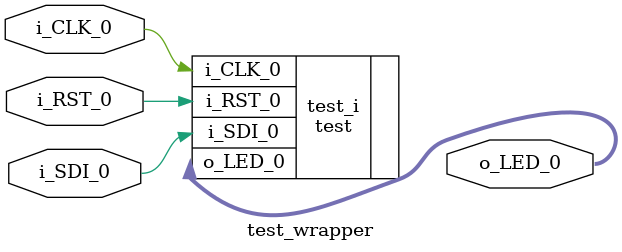
<source format=v>
`timescale 1 ps / 1 ps

module test_wrapper
   (i_CLK_0,
    i_RST_0,
    i_SDI_0,
    o_LED_0);
  input i_CLK_0;
  input i_RST_0;
  input i_SDI_0;
  output [7:0]o_LED_0;

  wire i_CLK_0;
  wire i_RST_0;
  wire i_SDI_0;
  wire [7:0]o_LED_0;

  test test_i
       (.i_CLK_0(i_CLK_0),
        .i_RST_0(i_RST_0),
        .i_SDI_0(i_SDI_0),
        .o_LED_0(o_LED_0));
endmodule

</source>
